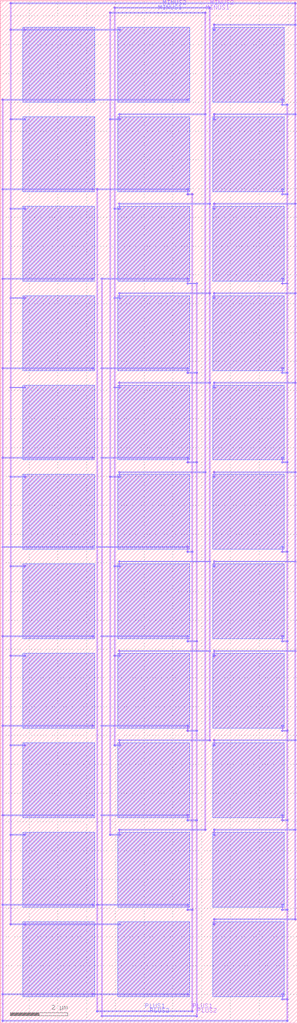
<source format=lef>
MACRO Cap_30fF_Cap_60fF
  ORIGIN 0 0 ;
  FOREIGN Cap_30fF_Cap_60fF 0 0 ;
  SIZE 10.32 BY 35.532 ;
  PIN MINUS1
    DIRECTION INOUT ;
    USE SIGNAL ;
    PORT 
      LAYER M1 ;
        RECT 3.808 35.076 3.84 35.148 ;
      LAYER M2 ;
        RECT 3.788 35.096 3.86 35.128 ;
      LAYER M1 ;
        RECT 7.104 35.076 7.136 35.148 ;
      LAYER M2 ;
        RECT 7.084 35.096 7.156 35.128 ;
      LAYER M2 ;
        RECT 3.824 35.096 7.12 35.128 ;
    END
  END MINUS1
  PIN PLUS1
    DIRECTION INOUT ;
    USE SIGNAL ;
    PORT 
      LAYER M1 ;
        RECT 3.36 0.384 3.392 0.456 ;
      LAYER M2 ;
        RECT 3.34 0.404 3.412 0.436 ;
      LAYER M1 ;
        RECT 6.656 0.384 6.688 0.456 ;
      LAYER M2 ;
        RECT 6.636 0.404 6.708 0.436 ;
      LAYER M2 ;
        RECT 3.376 0.404 6.672 0.436 ;
    END
  END PLUS1
  PIN MINUS2
    DIRECTION INOUT ;
    USE SIGNAL ;
    PORT 
      LAYER M1 ;
        RECT 3.968 35.244 4 35.316 ;
      LAYER M2 ;
        RECT 3.948 35.264 4.02 35.296 ;
      LAYER M1 ;
        RECT 7.264 35.244 7.296 35.316 ;
      LAYER M2 ;
        RECT 7.244 35.264 7.316 35.296 ;
      LAYER M2 ;
        RECT 3.984 35.264 7.28 35.296 ;
    END
  END MINUS2
  PIN PLUS2
    DIRECTION INOUT ;
    USE SIGNAL ;
    PORT 
      LAYER M1 ;
        RECT 3.52 0.216 3.552 0.288 ;
      LAYER M2 ;
        RECT 3.5 0.236 3.572 0.268 ;
      LAYER M1 ;
        RECT 6.816 0.216 6.848 0.288 ;
      LAYER M2 ;
        RECT 6.796 0.236 6.868 0.268 ;
      LAYER M2 ;
        RECT 3.536 0.236 6.832 0.268 ;
    END
  END PLUS2
  OBS 
  LAYER M1 ;
        RECT 6.496 16.512 6.528 16.584 ;
  LAYER M2 ;
        RECT 6.476 16.532 6.548 16.564 ;
  LAYER M2 ;
        RECT 3.376 16.532 6.512 16.564 ;
  LAYER M1 ;
        RECT 3.36 16.512 3.392 16.584 ;
  LAYER M2 ;
        RECT 3.34 16.532 3.412 16.564 ;
  LAYER M1 ;
        RECT 6.496 4.08 6.528 4.152 ;
  LAYER M2 ;
        RECT 6.476 4.1 6.548 4.132 ;
  LAYER M2 ;
        RECT 3.376 4.1 6.512 4.132 ;
  LAYER M1 ;
        RECT 3.36 4.08 3.392 4.152 ;
  LAYER M2 ;
        RECT 3.34 4.1 3.412 4.132 ;
  LAYER M1 ;
        RECT 6.496 28.944 6.528 29.016 ;
  LAYER M2 ;
        RECT 6.476 28.964 6.548 28.996 ;
  LAYER M2 ;
        RECT 3.376 28.964 6.512 28.996 ;
  LAYER M1 ;
        RECT 3.36 28.944 3.392 29.016 ;
  LAYER M2 ;
        RECT 3.34 28.964 3.412 28.996 ;
  LAYER M1 ;
        RECT 3.36 0.384 3.392 0.456 ;
  LAYER M2 ;
        RECT 3.34 0.404 3.412 0.436 ;
  LAYER M1 ;
        RECT 3.36 0.42 3.392 0.672 ;
  LAYER M1 ;
        RECT 3.36 0.672 3.392 28.98 ;
  LAYER M1 ;
        RECT 6.496 16.512 6.528 16.584 ;
  LAYER M2 ;
        RECT 6.476 16.532 6.548 16.564 ;
  LAYER M1 ;
        RECT 6.496 16.38 6.528 16.548 ;
  LAYER M1 ;
        RECT 6.496 16.344 6.528 16.416 ;
  LAYER M2 ;
        RECT 6.476 16.364 6.548 16.396 ;
  LAYER M2 ;
        RECT 6.512 16.364 6.672 16.396 ;
  LAYER M1 ;
        RECT 6.656 16.344 6.688 16.416 ;
  LAYER M2 ;
        RECT 6.636 16.364 6.708 16.396 ;
  LAYER M1 ;
        RECT 6.496 4.08 6.528 4.152 ;
  LAYER M2 ;
        RECT 6.476 4.1 6.548 4.132 ;
  LAYER M1 ;
        RECT 6.496 3.948 6.528 4.116 ;
  LAYER M1 ;
        RECT 6.496 3.912 6.528 3.984 ;
  LAYER M2 ;
        RECT 6.476 3.932 6.548 3.964 ;
  LAYER M2 ;
        RECT 6.512 3.932 6.672 3.964 ;
  LAYER M1 ;
        RECT 6.656 3.912 6.688 3.984 ;
  LAYER M2 ;
        RECT 6.636 3.932 6.708 3.964 ;
  LAYER M1 ;
        RECT 6.496 28.944 6.528 29.016 ;
  LAYER M2 ;
        RECT 6.476 28.964 6.548 28.996 ;
  LAYER M1 ;
        RECT 6.496 28.812 6.528 28.98 ;
  LAYER M1 ;
        RECT 6.496 28.776 6.528 28.848 ;
  LAYER M2 ;
        RECT 6.476 28.796 6.548 28.828 ;
  LAYER M2 ;
        RECT 6.512 28.796 6.672 28.828 ;
  LAYER M1 ;
        RECT 6.656 28.776 6.688 28.848 ;
  LAYER M2 ;
        RECT 6.636 28.796 6.708 28.828 ;
  LAYER M1 ;
        RECT 6.656 0.384 6.688 0.456 ;
  LAYER M2 ;
        RECT 6.636 0.404 6.708 0.436 ;
  LAYER M1 ;
        RECT 6.656 0.42 6.688 0.672 ;
  LAYER M1 ;
        RECT 6.656 0.672 6.688 28.812 ;
  LAYER M2 ;
        RECT 3.376 0.404 6.672 0.436 ;
  LAYER M1 ;
        RECT 6.496 13.404 6.528 13.476 ;
  LAYER M2 ;
        RECT 6.476 13.424 6.548 13.456 ;
  LAYER M2 ;
        RECT 3.536 13.424 6.512 13.456 ;
  LAYER M1 ;
        RECT 3.52 13.404 3.552 13.476 ;
  LAYER M2 ;
        RECT 3.5 13.424 3.572 13.456 ;
  LAYER M1 ;
        RECT 6.496 19.62 6.528 19.692 ;
  LAYER M2 ;
        RECT 6.476 19.64 6.548 19.672 ;
  LAYER M2 ;
        RECT 3.536 19.64 6.512 19.672 ;
  LAYER M1 ;
        RECT 3.52 19.62 3.552 19.692 ;
  LAYER M2 ;
        RECT 3.5 19.64 3.572 19.672 ;
  LAYER M1 ;
        RECT 6.496 10.296 6.528 10.368 ;
  LAYER M2 ;
        RECT 6.476 10.316 6.548 10.348 ;
  LAYER M2 ;
        RECT 3.536 10.316 6.512 10.348 ;
  LAYER M1 ;
        RECT 3.52 10.296 3.552 10.368 ;
  LAYER M2 ;
        RECT 3.5 10.316 3.572 10.348 ;
  LAYER M1 ;
        RECT 6.496 22.728 6.528 22.8 ;
  LAYER M2 ;
        RECT 6.476 22.748 6.548 22.78 ;
  LAYER M2 ;
        RECT 3.536 22.748 6.512 22.78 ;
  LAYER M1 ;
        RECT 3.52 22.728 3.552 22.8 ;
  LAYER M2 ;
        RECT 3.5 22.748 3.572 22.78 ;
  LAYER M1 ;
        RECT 6.496 7.188 6.528 7.26 ;
  LAYER M2 ;
        RECT 6.476 7.208 6.548 7.24 ;
  LAYER M2 ;
        RECT 3.536 7.208 6.512 7.24 ;
  LAYER M1 ;
        RECT 3.52 7.188 3.552 7.26 ;
  LAYER M2 ;
        RECT 3.5 7.208 3.572 7.24 ;
  LAYER M1 ;
        RECT 6.496 25.836 6.528 25.908 ;
  LAYER M2 ;
        RECT 6.476 25.856 6.548 25.888 ;
  LAYER M2 ;
        RECT 3.536 25.856 6.512 25.888 ;
  LAYER M1 ;
        RECT 3.52 25.836 3.552 25.908 ;
  LAYER M2 ;
        RECT 3.5 25.856 3.572 25.888 ;
  LAYER M1 ;
        RECT 3.52 0.216 3.552 0.288 ;
  LAYER M2 ;
        RECT 3.5 0.236 3.572 0.268 ;
  LAYER M1 ;
        RECT 3.52 0.252 3.552 0.672 ;
  LAYER M1 ;
        RECT 3.52 0.672 3.552 25.872 ;
  LAYER M1 ;
        RECT 6.496 13.404 6.528 13.476 ;
  LAYER M2 ;
        RECT 6.476 13.424 6.548 13.456 ;
  LAYER M1 ;
        RECT 6.496 13.272 6.528 13.44 ;
  LAYER M1 ;
        RECT 6.496 13.236 6.528 13.308 ;
  LAYER M2 ;
        RECT 6.476 13.256 6.548 13.288 ;
  LAYER M2 ;
        RECT 6.512 13.256 6.832 13.288 ;
  LAYER M1 ;
        RECT 6.816 13.236 6.848 13.308 ;
  LAYER M2 ;
        RECT 6.796 13.256 6.868 13.288 ;
  LAYER M1 ;
        RECT 6.496 19.62 6.528 19.692 ;
  LAYER M2 ;
        RECT 6.476 19.64 6.548 19.672 ;
  LAYER M1 ;
        RECT 6.496 19.488 6.528 19.656 ;
  LAYER M1 ;
        RECT 6.496 19.452 6.528 19.524 ;
  LAYER M2 ;
        RECT 6.476 19.472 6.548 19.504 ;
  LAYER M2 ;
        RECT 6.512 19.472 6.832 19.504 ;
  LAYER M1 ;
        RECT 6.816 19.452 6.848 19.524 ;
  LAYER M2 ;
        RECT 6.796 19.472 6.868 19.504 ;
  LAYER M1 ;
        RECT 6.496 10.296 6.528 10.368 ;
  LAYER M2 ;
        RECT 6.476 10.316 6.548 10.348 ;
  LAYER M1 ;
        RECT 6.496 10.164 6.528 10.332 ;
  LAYER M1 ;
        RECT 6.496 10.128 6.528 10.2 ;
  LAYER M2 ;
        RECT 6.476 10.148 6.548 10.18 ;
  LAYER M2 ;
        RECT 6.512 10.148 6.832 10.18 ;
  LAYER M1 ;
        RECT 6.816 10.128 6.848 10.2 ;
  LAYER M2 ;
        RECT 6.796 10.148 6.868 10.18 ;
  LAYER M1 ;
        RECT 6.496 22.728 6.528 22.8 ;
  LAYER M2 ;
        RECT 6.476 22.748 6.548 22.78 ;
  LAYER M1 ;
        RECT 6.496 22.596 6.528 22.764 ;
  LAYER M1 ;
        RECT 6.496 22.56 6.528 22.632 ;
  LAYER M2 ;
        RECT 6.476 22.58 6.548 22.612 ;
  LAYER M2 ;
        RECT 6.512 22.58 6.832 22.612 ;
  LAYER M1 ;
        RECT 6.816 22.56 6.848 22.632 ;
  LAYER M2 ;
        RECT 6.796 22.58 6.868 22.612 ;
  LAYER M1 ;
        RECT 6.496 7.188 6.528 7.26 ;
  LAYER M2 ;
        RECT 6.476 7.208 6.548 7.24 ;
  LAYER M1 ;
        RECT 6.496 7.056 6.528 7.224 ;
  LAYER M1 ;
        RECT 6.496 7.02 6.528 7.092 ;
  LAYER M2 ;
        RECT 6.476 7.04 6.548 7.072 ;
  LAYER M2 ;
        RECT 6.512 7.04 6.832 7.072 ;
  LAYER M1 ;
        RECT 6.816 7.02 6.848 7.092 ;
  LAYER M2 ;
        RECT 6.796 7.04 6.868 7.072 ;
  LAYER M1 ;
        RECT 6.496 25.836 6.528 25.908 ;
  LAYER M2 ;
        RECT 6.476 25.856 6.548 25.888 ;
  LAYER M1 ;
        RECT 6.496 25.704 6.528 25.872 ;
  LAYER M1 ;
        RECT 6.496 25.668 6.528 25.74 ;
  LAYER M2 ;
        RECT 6.476 25.688 6.548 25.72 ;
  LAYER M2 ;
        RECT 6.512 25.688 6.832 25.72 ;
  LAYER M1 ;
        RECT 6.816 25.668 6.848 25.74 ;
  LAYER M2 ;
        RECT 6.796 25.688 6.868 25.72 ;
  LAYER M1 ;
        RECT 6.816 0.216 6.848 0.288 ;
  LAYER M2 ;
        RECT 6.796 0.236 6.868 0.268 ;
  LAYER M1 ;
        RECT 6.816 0.252 6.848 0.672 ;
  LAYER M1 ;
        RECT 6.816 0.672 6.848 25.704 ;
  LAYER M2 ;
        RECT 3.536 0.236 6.832 0.268 ;
  LAYER M1 ;
        RECT 3.2 0.972 3.232 1.044 ;
  LAYER M2 ;
        RECT 3.18 0.992 3.252 1.024 ;
  LAYER M2 ;
        RECT 0.08 0.992 3.216 1.024 ;
  LAYER M1 ;
        RECT 0.064 0.972 0.096 1.044 ;
  LAYER M2 ;
        RECT 0.044 0.992 0.116 1.024 ;
  LAYER M1 ;
        RECT 3.2 4.08 3.232 4.152 ;
  LAYER M2 ;
        RECT 3.18 4.1 3.252 4.132 ;
  LAYER M2 ;
        RECT 0.08 4.1 3.216 4.132 ;
  LAYER M1 ;
        RECT 0.064 4.08 0.096 4.152 ;
  LAYER M2 ;
        RECT 0.044 4.1 0.116 4.132 ;
  LAYER M1 ;
        RECT 3.2 7.188 3.232 7.26 ;
  LAYER M2 ;
        RECT 3.18 7.208 3.252 7.24 ;
  LAYER M2 ;
        RECT 0.08 7.208 3.216 7.24 ;
  LAYER M1 ;
        RECT 0.064 7.188 0.096 7.26 ;
  LAYER M2 ;
        RECT 0.044 7.208 0.116 7.24 ;
  LAYER M1 ;
        RECT 3.2 10.296 3.232 10.368 ;
  LAYER M2 ;
        RECT 3.18 10.316 3.252 10.348 ;
  LAYER M2 ;
        RECT 0.08 10.316 3.216 10.348 ;
  LAYER M1 ;
        RECT 0.064 10.296 0.096 10.368 ;
  LAYER M2 ;
        RECT 0.044 10.316 0.116 10.348 ;
  LAYER M1 ;
        RECT 3.2 13.404 3.232 13.476 ;
  LAYER M2 ;
        RECT 3.18 13.424 3.252 13.456 ;
  LAYER M2 ;
        RECT 0.08 13.424 3.216 13.456 ;
  LAYER M1 ;
        RECT 0.064 13.404 0.096 13.476 ;
  LAYER M2 ;
        RECT 0.044 13.424 0.116 13.456 ;
  LAYER M1 ;
        RECT 3.2 16.512 3.232 16.584 ;
  LAYER M2 ;
        RECT 3.18 16.532 3.252 16.564 ;
  LAYER M2 ;
        RECT 0.08 16.532 3.216 16.564 ;
  LAYER M1 ;
        RECT 0.064 16.512 0.096 16.584 ;
  LAYER M2 ;
        RECT 0.044 16.532 0.116 16.564 ;
  LAYER M1 ;
        RECT 3.2 19.62 3.232 19.692 ;
  LAYER M2 ;
        RECT 3.18 19.64 3.252 19.672 ;
  LAYER M2 ;
        RECT 0.08 19.64 3.216 19.672 ;
  LAYER M1 ;
        RECT 0.064 19.62 0.096 19.692 ;
  LAYER M2 ;
        RECT 0.044 19.64 0.116 19.672 ;
  LAYER M1 ;
        RECT 3.2 22.728 3.232 22.8 ;
  LAYER M2 ;
        RECT 3.18 22.748 3.252 22.78 ;
  LAYER M2 ;
        RECT 0.08 22.748 3.216 22.78 ;
  LAYER M1 ;
        RECT 0.064 22.728 0.096 22.8 ;
  LAYER M2 ;
        RECT 0.044 22.748 0.116 22.78 ;
  LAYER M1 ;
        RECT 3.2 25.836 3.232 25.908 ;
  LAYER M2 ;
        RECT 3.18 25.856 3.252 25.888 ;
  LAYER M2 ;
        RECT 0.08 25.856 3.216 25.888 ;
  LAYER M1 ;
        RECT 0.064 25.836 0.096 25.908 ;
  LAYER M2 ;
        RECT 0.044 25.856 0.116 25.888 ;
  LAYER M1 ;
        RECT 3.2 28.944 3.232 29.016 ;
  LAYER M2 ;
        RECT 3.18 28.964 3.252 28.996 ;
  LAYER M2 ;
        RECT 0.08 28.964 3.216 28.996 ;
  LAYER M1 ;
        RECT 0.064 28.944 0.096 29.016 ;
  LAYER M2 ;
        RECT 0.044 28.964 0.116 28.996 ;
  LAYER M1 ;
        RECT 3.2 32.052 3.232 32.124 ;
  LAYER M2 ;
        RECT 3.18 32.072 3.252 32.104 ;
  LAYER M2 ;
        RECT 0.08 32.072 3.216 32.104 ;
  LAYER M1 ;
        RECT 0.064 32.052 0.096 32.124 ;
  LAYER M2 ;
        RECT 0.044 32.072 0.116 32.104 ;
  LAYER M1 ;
        RECT 0.064 0.048 0.096 0.12 ;
  LAYER M2 ;
        RECT 0.044 0.068 0.116 0.1 ;
  LAYER M1 ;
        RECT 0.064 0.084 0.096 0.672 ;
  LAYER M1 ;
        RECT 0.064 0.672 0.096 32.088 ;
  LAYER M1 ;
        RECT 9.792 0.972 9.824 1.044 ;
  LAYER M2 ;
        RECT 9.772 0.992 9.844 1.024 ;
  LAYER M1 ;
        RECT 9.792 0.84 9.824 1.008 ;
  LAYER M1 ;
        RECT 9.792 0.804 9.824 0.876 ;
  LAYER M2 ;
        RECT 9.772 0.824 9.844 0.856 ;
  LAYER M2 ;
        RECT 9.808 0.824 9.968 0.856 ;
  LAYER M1 ;
        RECT 9.952 0.804 9.984 0.876 ;
  LAYER M2 ;
        RECT 9.932 0.824 10.004 0.856 ;
  LAYER M1 ;
        RECT 9.792 4.08 9.824 4.152 ;
  LAYER M2 ;
        RECT 9.772 4.1 9.844 4.132 ;
  LAYER M1 ;
        RECT 9.792 3.948 9.824 4.116 ;
  LAYER M1 ;
        RECT 9.792 3.912 9.824 3.984 ;
  LAYER M2 ;
        RECT 9.772 3.932 9.844 3.964 ;
  LAYER M2 ;
        RECT 9.808 3.932 9.968 3.964 ;
  LAYER M1 ;
        RECT 9.952 3.912 9.984 3.984 ;
  LAYER M2 ;
        RECT 9.932 3.932 10.004 3.964 ;
  LAYER M1 ;
        RECT 9.792 7.188 9.824 7.26 ;
  LAYER M2 ;
        RECT 9.772 7.208 9.844 7.24 ;
  LAYER M1 ;
        RECT 9.792 7.056 9.824 7.224 ;
  LAYER M1 ;
        RECT 9.792 7.02 9.824 7.092 ;
  LAYER M2 ;
        RECT 9.772 7.04 9.844 7.072 ;
  LAYER M2 ;
        RECT 9.808 7.04 9.968 7.072 ;
  LAYER M1 ;
        RECT 9.952 7.02 9.984 7.092 ;
  LAYER M2 ;
        RECT 9.932 7.04 10.004 7.072 ;
  LAYER M1 ;
        RECT 9.792 10.296 9.824 10.368 ;
  LAYER M2 ;
        RECT 9.772 10.316 9.844 10.348 ;
  LAYER M1 ;
        RECT 9.792 10.164 9.824 10.332 ;
  LAYER M1 ;
        RECT 9.792 10.128 9.824 10.2 ;
  LAYER M2 ;
        RECT 9.772 10.148 9.844 10.18 ;
  LAYER M2 ;
        RECT 9.808 10.148 9.968 10.18 ;
  LAYER M1 ;
        RECT 9.952 10.128 9.984 10.2 ;
  LAYER M2 ;
        RECT 9.932 10.148 10.004 10.18 ;
  LAYER M1 ;
        RECT 9.792 13.404 9.824 13.476 ;
  LAYER M2 ;
        RECT 9.772 13.424 9.844 13.456 ;
  LAYER M1 ;
        RECT 9.792 13.272 9.824 13.44 ;
  LAYER M1 ;
        RECT 9.792 13.236 9.824 13.308 ;
  LAYER M2 ;
        RECT 9.772 13.256 9.844 13.288 ;
  LAYER M2 ;
        RECT 9.808 13.256 9.968 13.288 ;
  LAYER M1 ;
        RECT 9.952 13.236 9.984 13.308 ;
  LAYER M2 ;
        RECT 9.932 13.256 10.004 13.288 ;
  LAYER M1 ;
        RECT 9.792 16.512 9.824 16.584 ;
  LAYER M2 ;
        RECT 9.772 16.532 9.844 16.564 ;
  LAYER M1 ;
        RECT 9.792 16.38 9.824 16.548 ;
  LAYER M1 ;
        RECT 9.792 16.344 9.824 16.416 ;
  LAYER M2 ;
        RECT 9.772 16.364 9.844 16.396 ;
  LAYER M2 ;
        RECT 9.808 16.364 9.968 16.396 ;
  LAYER M1 ;
        RECT 9.952 16.344 9.984 16.416 ;
  LAYER M2 ;
        RECT 9.932 16.364 10.004 16.396 ;
  LAYER M1 ;
        RECT 9.792 19.62 9.824 19.692 ;
  LAYER M2 ;
        RECT 9.772 19.64 9.844 19.672 ;
  LAYER M1 ;
        RECT 9.792 19.488 9.824 19.656 ;
  LAYER M1 ;
        RECT 9.792 19.452 9.824 19.524 ;
  LAYER M2 ;
        RECT 9.772 19.472 9.844 19.504 ;
  LAYER M2 ;
        RECT 9.808 19.472 9.968 19.504 ;
  LAYER M1 ;
        RECT 9.952 19.452 9.984 19.524 ;
  LAYER M2 ;
        RECT 9.932 19.472 10.004 19.504 ;
  LAYER M1 ;
        RECT 9.792 22.728 9.824 22.8 ;
  LAYER M2 ;
        RECT 9.772 22.748 9.844 22.78 ;
  LAYER M1 ;
        RECT 9.792 22.596 9.824 22.764 ;
  LAYER M1 ;
        RECT 9.792 22.56 9.824 22.632 ;
  LAYER M2 ;
        RECT 9.772 22.58 9.844 22.612 ;
  LAYER M2 ;
        RECT 9.808 22.58 9.968 22.612 ;
  LAYER M1 ;
        RECT 9.952 22.56 9.984 22.632 ;
  LAYER M2 ;
        RECT 9.932 22.58 10.004 22.612 ;
  LAYER M1 ;
        RECT 9.792 25.836 9.824 25.908 ;
  LAYER M2 ;
        RECT 9.772 25.856 9.844 25.888 ;
  LAYER M1 ;
        RECT 9.792 25.704 9.824 25.872 ;
  LAYER M1 ;
        RECT 9.792 25.668 9.824 25.74 ;
  LAYER M2 ;
        RECT 9.772 25.688 9.844 25.72 ;
  LAYER M2 ;
        RECT 9.808 25.688 9.968 25.72 ;
  LAYER M1 ;
        RECT 9.952 25.668 9.984 25.74 ;
  LAYER M2 ;
        RECT 9.932 25.688 10.004 25.72 ;
  LAYER M1 ;
        RECT 9.792 28.944 9.824 29.016 ;
  LAYER M2 ;
        RECT 9.772 28.964 9.844 28.996 ;
  LAYER M1 ;
        RECT 9.792 28.812 9.824 28.98 ;
  LAYER M1 ;
        RECT 9.792 28.776 9.824 28.848 ;
  LAYER M2 ;
        RECT 9.772 28.796 9.844 28.828 ;
  LAYER M2 ;
        RECT 9.808 28.796 9.968 28.828 ;
  LAYER M1 ;
        RECT 9.952 28.776 9.984 28.848 ;
  LAYER M2 ;
        RECT 9.932 28.796 10.004 28.828 ;
  LAYER M1 ;
        RECT 9.792 32.052 9.824 32.124 ;
  LAYER M2 ;
        RECT 9.772 32.072 9.844 32.104 ;
  LAYER M1 ;
        RECT 9.792 31.92 9.824 32.088 ;
  LAYER M1 ;
        RECT 9.792 31.884 9.824 31.956 ;
  LAYER M2 ;
        RECT 9.772 31.904 9.844 31.936 ;
  LAYER M2 ;
        RECT 9.808 31.904 9.968 31.936 ;
  LAYER M1 ;
        RECT 9.952 31.884 9.984 31.956 ;
  LAYER M2 ;
        RECT 9.932 31.904 10.004 31.936 ;
  LAYER M1 ;
        RECT 9.952 0.048 9.984 0.12 ;
  LAYER M2 ;
        RECT 9.932 0.068 10.004 0.1 ;
  LAYER M1 ;
        RECT 9.952 0.084 9.984 0.672 ;
  LAYER M1 ;
        RECT 9.952 0.672 9.984 31.92 ;
  LAYER M2 ;
        RECT 0.08 0.068 9.968 0.1 ;
  LAYER M1 ;
        RECT 6.496 0.972 6.528 1.044 ;
  LAYER M2 ;
        RECT 6.476 0.992 6.548 1.024 ;
  LAYER M2 ;
        RECT 3.216 0.992 6.512 1.024 ;
  LAYER M1 ;
        RECT 3.2 0.972 3.232 1.044 ;
  LAYER M2 ;
        RECT 3.18 0.992 3.252 1.024 ;
  LAYER M1 ;
        RECT 6.496 32.052 6.528 32.124 ;
  LAYER M2 ;
        RECT 6.476 32.072 6.548 32.104 ;
  LAYER M2 ;
        RECT 3.216 32.072 6.512 32.104 ;
  LAYER M1 ;
        RECT 3.2 32.052 3.232 32.124 ;
  LAYER M2 ;
        RECT 3.18 32.072 3.252 32.104 ;
  LAYER M1 ;
        RECT 4.128 18.948 4.16 19.02 ;
  LAYER M2 ;
        RECT 4.108 18.968 4.18 19 ;
  LAYER M2 ;
        RECT 3.824 18.968 4.144 19 ;
  LAYER M1 ;
        RECT 3.808 18.948 3.84 19.02 ;
  LAYER M2 ;
        RECT 3.788 18.968 3.86 19 ;
  LAYER M1 ;
        RECT 4.128 6.516 4.16 6.588 ;
  LAYER M2 ;
        RECT 4.108 6.536 4.18 6.568 ;
  LAYER M2 ;
        RECT 3.824 6.536 4.144 6.568 ;
  LAYER M1 ;
        RECT 3.808 6.516 3.84 6.588 ;
  LAYER M2 ;
        RECT 3.788 6.536 3.86 6.568 ;
  LAYER M1 ;
        RECT 4.128 31.38 4.16 31.452 ;
  LAYER M2 ;
        RECT 4.108 31.4 4.18 31.432 ;
  LAYER M2 ;
        RECT 3.824 31.4 4.144 31.432 ;
  LAYER M1 ;
        RECT 3.808 31.38 3.84 31.452 ;
  LAYER M2 ;
        RECT 3.788 31.4 3.86 31.432 ;
  LAYER M1 ;
        RECT 3.808 35.076 3.84 35.148 ;
  LAYER M2 ;
        RECT 3.788 35.096 3.86 35.128 ;
  LAYER M1 ;
        RECT 3.808 34.86 3.84 35.112 ;
  LAYER M1 ;
        RECT 3.808 6.552 3.84 34.86 ;
  LAYER M1 ;
        RECT 4.128 18.948 4.16 19.02 ;
  LAYER M2 ;
        RECT 4.108 18.968 4.18 19 ;
  LAYER M1 ;
        RECT 4.128 18.984 4.16 19.152 ;
  LAYER M1 ;
        RECT 4.128 19.116 4.16 19.188 ;
  LAYER M2 ;
        RECT 4.108 19.136 4.18 19.168 ;
  LAYER M2 ;
        RECT 4.144 19.136 7.12 19.168 ;
  LAYER M1 ;
        RECT 7.104 19.116 7.136 19.188 ;
  LAYER M2 ;
        RECT 7.084 19.136 7.156 19.168 ;
  LAYER M1 ;
        RECT 4.128 6.516 4.16 6.588 ;
  LAYER M2 ;
        RECT 4.108 6.536 4.18 6.568 ;
  LAYER M1 ;
        RECT 4.128 6.552 4.16 6.72 ;
  LAYER M1 ;
        RECT 4.128 6.684 4.16 6.756 ;
  LAYER M2 ;
        RECT 4.108 6.704 4.18 6.736 ;
  LAYER M2 ;
        RECT 4.144 6.704 7.12 6.736 ;
  LAYER M1 ;
        RECT 7.104 6.684 7.136 6.756 ;
  LAYER M2 ;
        RECT 7.084 6.704 7.156 6.736 ;
  LAYER M1 ;
        RECT 4.128 31.38 4.16 31.452 ;
  LAYER M2 ;
        RECT 4.108 31.4 4.18 31.432 ;
  LAYER M1 ;
        RECT 4.128 31.416 4.16 31.584 ;
  LAYER M1 ;
        RECT 4.128 31.548 4.16 31.62 ;
  LAYER M2 ;
        RECT 4.108 31.568 4.18 31.6 ;
  LAYER M2 ;
        RECT 4.144 31.568 7.12 31.6 ;
  LAYER M1 ;
        RECT 7.104 31.548 7.136 31.62 ;
  LAYER M2 ;
        RECT 7.084 31.568 7.156 31.6 ;
  LAYER M1 ;
        RECT 7.104 35.076 7.136 35.148 ;
  LAYER M2 ;
        RECT 7.084 35.096 7.156 35.128 ;
  LAYER M1 ;
        RECT 7.104 34.86 7.136 35.112 ;
  LAYER M1 ;
        RECT 7.104 6.72 7.136 34.86 ;
  LAYER M2 ;
        RECT 3.824 35.096 7.12 35.128 ;
  LAYER M1 ;
        RECT 4.128 15.84 4.16 15.912 ;
  LAYER M2 ;
        RECT 4.108 15.86 4.18 15.892 ;
  LAYER M2 ;
        RECT 3.984 15.86 4.144 15.892 ;
  LAYER M1 ;
        RECT 3.968 15.84 4 15.912 ;
  LAYER M2 ;
        RECT 3.948 15.86 4.02 15.892 ;
  LAYER M1 ;
        RECT 4.128 22.056 4.16 22.128 ;
  LAYER M2 ;
        RECT 4.108 22.076 4.18 22.108 ;
  LAYER M2 ;
        RECT 3.984 22.076 4.144 22.108 ;
  LAYER M1 ;
        RECT 3.968 22.056 4 22.128 ;
  LAYER M2 ;
        RECT 3.948 22.076 4.02 22.108 ;
  LAYER M1 ;
        RECT 4.128 12.732 4.16 12.804 ;
  LAYER M2 ;
        RECT 4.108 12.752 4.18 12.784 ;
  LAYER M2 ;
        RECT 3.984 12.752 4.144 12.784 ;
  LAYER M1 ;
        RECT 3.968 12.732 4 12.804 ;
  LAYER M2 ;
        RECT 3.948 12.752 4.02 12.784 ;
  LAYER M1 ;
        RECT 4.128 25.164 4.16 25.236 ;
  LAYER M2 ;
        RECT 4.108 25.184 4.18 25.216 ;
  LAYER M2 ;
        RECT 3.984 25.184 4.144 25.216 ;
  LAYER M1 ;
        RECT 3.968 25.164 4 25.236 ;
  LAYER M2 ;
        RECT 3.948 25.184 4.02 25.216 ;
  LAYER M1 ;
        RECT 4.128 9.624 4.16 9.696 ;
  LAYER M2 ;
        RECT 4.108 9.644 4.18 9.676 ;
  LAYER M2 ;
        RECT 3.984 9.644 4.144 9.676 ;
  LAYER M1 ;
        RECT 3.968 9.624 4 9.696 ;
  LAYER M2 ;
        RECT 3.948 9.644 4.02 9.676 ;
  LAYER M1 ;
        RECT 4.128 28.272 4.16 28.344 ;
  LAYER M2 ;
        RECT 4.108 28.292 4.18 28.324 ;
  LAYER M2 ;
        RECT 3.984 28.292 4.144 28.324 ;
  LAYER M1 ;
        RECT 3.968 28.272 4 28.344 ;
  LAYER M2 ;
        RECT 3.948 28.292 4.02 28.324 ;
  LAYER M1 ;
        RECT 3.968 35.244 4 35.316 ;
  LAYER M2 ;
        RECT 3.948 35.264 4.02 35.296 ;
  LAYER M1 ;
        RECT 3.968 34.86 4 35.28 ;
  LAYER M1 ;
        RECT 3.968 9.66 4 34.86 ;
  LAYER M1 ;
        RECT 4.128 15.84 4.16 15.912 ;
  LAYER M2 ;
        RECT 4.108 15.86 4.18 15.892 ;
  LAYER M1 ;
        RECT 4.128 15.876 4.16 16.044 ;
  LAYER M1 ;
        RECT 4.128 16.008 4.16 16.08 ;
  LAYER M2 ;
        RECT 4.108 16.028 4.18 16.06 ;
  LAYER M2 ;
        RECT 4.144 16.028 7.28 16.06 ;
  LAYER M1 ;
        RECT 7.264 16.008 7.296 16.08 ;
  LAYER M2 ;
        RECT 7.244 16.028 7.316 16.06 ;
  LAYER M1 ;
        RECT 4.128 22.056 4.16 22.128 ;
  LAYER M2 ;
        RECT 4.108 22.076 4.18 22.108 ;
  LAYER M1 ;
        RECT 4.128 22.092 4.16 22.26 ;
  LAYER M1 ;
        RECT 4.128 22.224 4.16 22.296 ;
  LAYER M2 ;
        RECT 4.108 22.244 4.18 22.276 ;
  LAYER M2 ;
        RECT 4.144 22.244 7.28 22.276 ;
  LAYER M1 ;
        RECT 7.264 22.224 7.296 22.296 ;
  LAYER M2 ;
        RECT 7.244 22.244 7.316 22.276 ;
  LAYER M1 ;
        RECT 4.128 12.732 4.16 12.804 ;
  LAYER M2 ;
        RECT 4.108 12.752 4.18 12.784 ;
  LAYER M1 ;
        RECT 4.128 12.768 4.16 12.936 ;
  LAYER M1 ;
        RECT 4.128 12.9 4.16 12.972 ;
  LAYER M2 ;
        RECT 4.108 12.92 4.18 12.952 ;
  LAYER M2 ;
        RECT 4.144 12.92 7.28 12.952 ;
  LAYER M1 ;
        RECT 7.264 12.9 7.296 12.972 ;
  LAYER M2 ;
        RECT 7.244 12.92 7.316 12.952 ;
  LAYER M1 ;
        RECT 4.128 25.164 4.16 25.236 ;
  LAYER M2 ;
        RECT 4.108 25.184 4.18 25.216 ;
  LAYER M1 ;
        RECT 4.128 25.2 4.16 25.368 ;
  LAYER M1 ;
        RECT 4.128 25.332 4.16 25.404 ;
  LAYER M2 ;
        RECT 4.108 25.352 4.18 25.384 ;
  LAYER M2 ;
        RECT 4.144 25.352 7.28 25.384 ;
  LAYER M1 ;
        RECT 7.264 25.332 7.296 25.404 ;
  LAYER M2 ;
        RECT 7.244 25.352 7.316 25.384 ;
  LAYER M1 ;
        RECT 4.128 9.624 4.16 9.696 ;
  LAYER M2 ;
        RECT 4.108 9.644 4.18 9.676 ;
  LAYER M1 ;
        RECT 4.128 9.66 4.16 9.828 ;
  LAYER M1 ;
        RECT 4.128 9.792 4.16 9.864 ;
  LAYER M2 ;
        RECT 4.108 9.812 4.18 9.844 ;
  LAYER M2 ;
        RECT 4.144 9.812 7.28 9.844 ;
  LAYER M1 ;
        RECT 7.264 9.792 7.296 9.864 ;
  LAYER M2 ;
        RECT 7.244 9.812 7.316 9.844 ;
  LAYER M1 ;
        RECT 4.128 28.272 4.16 28.344 ;
  LAYER M2 ;
        RECT 4.108 28.292 4.18 28.324 ;
  LAYER M1 ;
        RECT 4.128 28.308 4.16 28.476 ;
  LAYER M1 ;
        RECT 4.128 28.44 4.16 28.512 ;
  LAYER M2 ;
        RECT 4.108 28.46 4.18 28.492 ;
  LAYER M2 ;
        RECT 4.144 28.46 7.28 28.492 ;
  LAYER M1 ;
        RECT 7.264 28.44 7.296 28.512 ;
  LAYER M2 ;
        RECT 7.244 28.46 7.316 28.492 ;
  LAYER M1 ;
        RECT 7.264 35.244 7.296 35.316 ;
  LAYER M2 ;
        RECT 7.244 35.264 7.316 35.296 ;
  LAYER M1 ;
        RECT 7.264 34.86 7.296 35.28 ;
  LAYER M1 ;
        RECT 7.264 9.828 7.296 34.86 ;
  LAYER M2 ;
        RECT 3.984 35.264 7.28 35.296 ;
  LAYER M1 ;
        RECT 0.832 3.408 0.864 3.48 ;
  LAYER M2 ;
        RECT 0.812 3.428 0.884 3.46 ;
  LAYER M2 ;
        RECT 0.368 3.428 0.848 3.46 ;
  LAYER M1 ;
        RECT 0.352 3.408 0.384 3.48 ;
  LAYER M2 ;
        RECT 0.332 3.428 0.404 3.46 ;
  LAYER M1 ;
        RECT 0.832 6.516 0.864 6.588 ;
  LAYER M2 ;
        RECT 0.812 6.536 0.884 6.568 ;
  LAYER M2 ;
        RECT 0.368 6.536 0.848 6.568 ;
  LAYER M1 ;
        RECT 0.352 6.516 0.384 6.588 ;
  LAYER M2 ;
        RECT 0.332 6.536 0.404 6.568 ;
  LAYER M1 ;
        RECT 0.832 9.624 0.864 9.696 ;
  LAYER M2 ;
        RECT 0.812 9.644 0.884 9.676 ;
  LAYER M2 ;
        RECT 0.368 9.644 0.848 9.676 ;
  LAYER M1 ;
        RECT 0.352 9.624 0.384 9.696 ;
  LAYER M2 ;
        RECT 0.332 9.644 0.404 9.676 ;
  LAYER M1 ;
        RECT 0.832 12.732 0.864 12.804 ;
  LAYER M2 ;
        RECT 0.812 12.752 0.884 12.784 ;
  LAYER M2 ;
        RECT 0.368 12.752 0.848 12.784 ;
  LAYER M1 ;
        RECT 0.352 12.732 0.384 12.804 ;
  LAYER M2 ;
        RECT 0.332 12.752 0.404 12.784 ;
  LAYER M1 ;
        RECT 0.832 15.84 0.864 15.912 ;
  LAYER M2 ;
        RECT 0.812 15.86 0.884 15.892 ;
  LAYER M2 ;
        RECT 0.368 15.86 0.848 15.892 ;
  LAYER M1 ;
        RECT 0.352 15.84 0.384 15.912 ;
  LAYER M2 ;
        RECT 0.332 15.86 0.404 15.892 ;
  LAYER M1 ;
        RECT 0.832 18.948 0.864 19.02 ;
  LAYER M2 ;
        RECT 0.812 18.968 0.884 19 ;
  LAYER M2 ;
        RECT 0.368 18.968 0.848 19 ;
  LAYER M1 ;
        RECT 0.352 18.948 0.384 19.02 ;
  LAYER M2 ;
        RECT 0.332 18.968 0.404 19 ;
  LAYER M1 ;
        RECT 0.832 22.056 0.864 22.128 ;
  LAYER M2 ;
        RECT 0.812 22.076 0.884 22.108 ;
  LAYER M2 ;
        RECT 0.368 22.076 0.848 22.108 ;
  LAYER M1 ;
        RECT 0.352 22.056 0.384 22.128 ;
  LAYER M2 ;
        RECT 0.332 22.076 0.404 22.108 ;
  LAYER M1 ;
        RECT 0.832 25.164 0.864 25.236 ;
  LAYER M2 ;
        RECT 0.812 25.184 0.884 25.216 ;
  LAYER M2 ;
        RECT 0.368 25.184 0.848 25.216 ;
  LAYER M1 ;
        RECT 0.352 25.164 0.384 25.236 ;
  LAYER M2 ;
        RECT 0.332 25.184 0.404 25.216 ;
  LAYER M1 ;
        RECT 0.832 28.272 0.864 28.344 ;
  LAYER M2 ;
        RECT 0.812 28.292 0.884 28.324 ;
  LAYER M2 ;
        RECT 0.368 28.292 0.848 28.324 ;
  LAYER M1 ;
        RECT 0.352 28.272 0.384 28.344 ;
  LAYER M2 ;
        RECT 0.332 28.292 0.404 28.324 ;
  LAYER M1 ;
        RECT 0.832 31.38 0.864 31.452 ;
  LAYER M2 ;
        RECT 0.812 31.4 0.884 31.432 ;
  LAYER M2 ;
        RECT 0.368 31.4 0.848 31.432 ;
  LAYER M1 ;
        RECT 0.352 31.38 0.384 31.452 ;
  LAYER M2 ;
        RECT 0.332 31.4 0.404 31.432 ;
  LAYER M1 ;
        RECT 0.832 34.488 0.864 34.56 ;
  LAYER M2 ;
        RECT 0.812 34.508 0.884 34.54 ;
  LAYER M2 ;
        RECT 0.368 34.508 0.848 34.54 ;
  LAYER M1 ;
        RECT 0.352 34.488 0.384 34.56 ;
  LAYER M2 ;
        RECT 0.332 34.508 0.404 34.54 ;
  LAYER M1 ;
        RECT 0.352 35.412 0.384 35.484 ;
  LAYER M2 ;
        RECT 0.332 35.432 0.404 35.464 ;
  LAYER M1 ;
        RECT 0.352 34.86 0.384 35.448 ;
  LAYER M1 ;
        RECT 0.352 3.444 0.384 34.86 ;
  LAYER M1 ;
        RECT 7.424 3.408 7.456 3.48 ;
  LAYER M2 ;
        RECT 7.404 3.428 7.476 3.46 ;
  LAYER M1 ;
        RECT 7.424 3.444 7.456 3.612 ;
  LAYER M1 ;
        RECT 7.424 3.576 7.456 3.648 ;
  LAYER M2 ;
        RECT 7.404 3.596 7.476 3.628 ;
  LAYER M2 ;
        RECT 7.44 3.596 10.256 3.628 ;
  LAYER M1 ;
        RECT 10.24 3.576 10.272 3.648 ;
  LAYER M2 ;
        RECT 10.22 3.596 10.292 3.628 ;
  LAYER M1 ;
        RECT 7.424 6.516 7.456 6.588 ;
  LAYER M2 ;
        RECT 7.404 6.536 7.476 6.568 ;
  LAYER M1 ;
        RECT 7.424 6.552 7.456 6.72 ;
  LAYER M1 ;
        RECT 7.424 6.684 7.456 6.756 ;
  LAYER M2 ;
        RECT 7.404 6.704 7.476 6.736 ;
  LAYER M2 ;
        RECT 7.44 6.704 10.256 6.736 ;
  LAYER M1 ;
        RECT 10.24 6.684 10.272 6.756 ;
  LAYER M2 ;
        RECT 10.22 6.704 10.292 6.736 ;
  LAYER M1 ;
        RECT 7.424 9.624 7.456 9.696 ;
  LAYER M2 ;
        RECT 7.404 9.644 7.476 9.676 ;
  LAYER M1 ;
        RECT 7.424 9.66 7.456 9.828 ;
  LAYER M1 ;
        RECT 7.424 9.792 7.456 9.864 ;
  LAYER M2 ;
        RECT 7.404 9.812 7.476 9.844 ;
  LAYER M2 ;
        RECT 7.44 9.812 10.256 9.844 ;
  LAYER M1 ;
        RECT 10.24 9.792 10.272 9.864 ;
  LAYER M2 ;
        RECT 10.22 9.812 10.292 9.844 ;
  LAYER M1 ;
        RECT 7.424 12.732 7.456 12.804 ;
  LAYER M2 ;
        RECT 7.404 12.752 7.476 12.784 ;
  LAYER M1 ;
        RECT 7.424 12.768 7.456 12.936 ;
  LAYER M1 ;
        RECT 7.424 12.9 7.456 12.972 ;
  LAYER M2 ;
        RECT 7.404 12.92 7.476 12.952 ;
  LAYER M2 ;
        RECT 7.44 12.92 10.256 12.952 ;
  LAYER M1 ;
        RECT 10.24 12.9 10.272 12.972 ;
  LAYER M2 ;
        RECT 10.22 12.92 10.292 12.952 ;
  LAYER M1 ;
        RECT 7.424 15.84 7.456 15.912 ;
  LAYER M2 ;
        RECT 7.404 15.86 7.476 15.892 ;
  LAYER M1 ;
        RECT 7.424 15.876 7.456 16.044 ;
  LAYER M1 ;
        RECT 7.424 16.008 7.456 16.08 ;
  LAYER M2 ;
        RECT 7.404 16.028 7.476 16.06 ;
  LAYER M2 ;
        RECT 7.44 16.028 10.256 16.06 ;
  LAYER M1 ;
        RECT 10.24 16.008 10.272 16.08 ;
  LAYER M2 ;
        RECT 10.22 16.028 10.292 16.06 ;
  LAYER M1 ;
        RECT 7.424 18.948 7.456 19.02 ;
  LAYER M2 ;
        RECT 7.404 18.968 7.476 19 ;
  LAYER M1 ;
        RECT 7.424 18.984 7.456 19.152 ;
  LAYER M1 ;
        RECT 7.424 19.116 7.456 19.188 ;
  LAYER M2 ;
        RECT 7.404 19.136 7.476 19.168 ;
  LAYER M2 ;
        RECT 7.44 19.136 10.256 19.168 ;
  LAYER M1 ;
        RECT 10.24 19.116 10.272 19.188 ;
  LAYER M2 ;
        RECT 10.22 19.136 10.292 19.168 ;
  LAYER M1 ;
        RECT 7.424 22.056 7.456 22.128 ;
  LAYER M2 ;
        RECT 7.404 22.076 7.476 22.108 ;
  LAYER M1 ;
        RECT 7.424 22.092 7.456 22.26 ;
  LAYER M1 ;
        RECT 7.424 22.224 7.456 22.296 ;
  LAYER M2 ;
        RECT 7.404 22.244 7.476 22.276 ;
  LAYER M2 ;
        RECT 7.44 22.244 10.256 22.276 ;
  LAYER M1 ;
        RECT 10.24 22.224 10.272 22.296 ;
  LAYER M2 ;
        RECT 10.22 22.244 10.292 22.276 ;
  LAYER M1 ;
        RECT 7.424 25.164 7.456 25.236 ;
  LAYER M2 ;
        RECT 7.404 25.184 7.476 25.216 ;
  LAYER M1 ;
        RECT 7.424 25.2 7.456 25.368 ;
  LAYER M1 ;
        RECT 7.424 25.332 7.456 25.404 ;
  LAYER M2 ;
        RECT 7.404 25.352 7.476 25.384 ;
  LAYER M2 ;
        RECT 7.44 25.352 10.256 25.384 ;
  LAYER M1 ;
        RECT 10.24 25.332 10.272 25.404 ;
  LAYER M2 ;
        RECT 10.22 25.352 10.292 25.384 ;
  LAYER M1 ;
        RECT 7.424 28.272 7.456 28.344 ;
  LAYER M2 ;
        RECT 7.404 28.292 7.476 28.324 ;
  LAYER M1 ;
        RECT 7.424 28.308 7.456 28.476 ;
  LAYER M1 ;
        RECT 7.424 28.44 7.456 28.512 ;
  LAYER M2 ;
        RECT 7.404 28.46 7.476 28.492 ;
  LAYER M2 ;
        RECT 7.44 28.46 10.256 28.492 ;
  LAYER M1 ;
        RECT 10.24 28.44 10.272 28.512 ;
  LAYER M2 ;
        RECT 10.22 28.46 10.292 28.492 ;
  LAYER M1 ;
        RECT 7.424 31.38 7.456 31.452 ;
  LAYER M2 ;
        RECT 7.404 31.4 7.476 31.432 ;
  LAYER M1 ;
        RECT 7.424 31.416 7.456 31.584 ;
  LAYER M1 ;
        RECT 7.424 31.548 7.456 31.62 ;
  LAYER M2 ;
        RECT 7.404 31.568 7.476 31.6 ;
  LAYER M2 ;
        RECT 7.44 31.568 10.256 31.6 ;
  LAYER M1 ;
        RECT 10.24 31.548 10.272 31.62 ;
  LAYER M2 ;
        RECT 10.22 31.568 10.292 31.6 ;
  LAYER M1 ;
        RECT 7.424 34.488 7.456 34.56 ;
  LAYER M2 ;
        RECT 7.404 34.508 7.476 34.54 ;
  LAYER M1 ;
        RECT 7.424 34.524 7.456 34.692 ;
  LAYER M1 ;
        RECT 7.424 34.656 7.456 34.728 ;
  LAYER M2 ;
        RECT 7.404 34.676 7.476 34.708 ;
  LAYER M2 ;
        RECT 7.44 34.676 10.256 34.708 ;
  LAYER M1 ;
        RECT 10.24 34.656 10.272 34.728 ;
  LAYER M2 ;
        RECT 10.22 34.676 10.292 34.708 ;
  LAYER M1 ;
        RECT 10.24 35.412 10.272 35.484 ;
  LAYER M2 ;
        RECT 10.22 35.432 10.292 35.464 ;
  LAYER M1 ;
        RECT 10.24 34.86 10.272 35.448 ;
  LAYER M1 ;
        RECT 10.24 3.612 10.272 34.86 ;
  LAYER M2 ;
        RECT 0.368 35.432 10.256 35.464 ;
  LAYER M1 ;
        RECT 4.128 3.408 4.16 3.48 ;
  LAYER M2 ;
        RECT 4.108 3.428 4.18 3.46 ;
  LAYER M2 ;
        RECT 0.848 3.428 4.144 3.46 ;
  LAYER M1 ;
        RECT 0.832 3.408 0.864 3.48 ;
  LAYER M2 ;
        RECT 0.812 3.428 0.884 3.46 ;
  LAYER M1 ;
        RECT 4.128 34.488 4.16 34.56 ;
  LAYER M2 ;
        RECT 4.108 34.508 4.18 34.54 ;
  LAYER M2 ;
        RECT 0.848 34.508 4.144 34.54 ;
  LAYER M1 ;
        RECT 0.832 34.488 0.864 34.56 ;
  LAYER M2 ;
        RECT 0.812 34.508 0.884 34.54 ;
  LAYER M1 ;
        RECT 0.784 0.924 3.28 3.528 ;
  LAYER M3 ;
        RECT 0.784 0.924 3.28 3.528 ;
  LAYER M2 ;
        RECT 0.784 0.924 3.28 3.528 ;
  LAYER M1 ;
        RECT 0.784 4.032 3.28 6.636 ;
  LAYER M3 ;
        RECT 0.784 4.032 3.28 6.636 ;
  LAYER M2 ;
        RECT 0.784 4.032 3.28 6.636 ;
  LAYER M1 ;
        RECT 0.784 7.14 3.28 9.744 ;
  LAYER M3 ;
        RECT 0.784 7.14 3.28 9.744 ;
  LAYER M2 ;
        RECT 0.784 7.14 3.28 9.744 ;
  LAYER M1 ;
        RECT 0.784 10.248 3.28 12.852 ;
  LAYER M3 ;
        RECT 0.784 10.248 3.28 12.852 ;
  LAYER M2 ;
        RECT 0.784 10.248 3.28 12.852 ;
  LAYER M1 ;
        RECT 0.784 13.356 3.28 15.96 ;
  LAYER M3 ;
        RECT 0.784 13.356 3.28 15.96 ;
  LAYER M2 ;
        RECT 0.784 13.356 3.28 15.96 ;
  LAYER M1 ;
        RECT 0.784 16.464 3.28 19.068 ;
  LAYER M3 ;
        RECT 0.784 16.464 3.28 19.068 ;
  LAYER M2 ;
        RECT 0.784 16.464 3.28 19.068 ;
  LAYER M1 ;
        RECT 0.784 19.572 3.28 22.176 ;
  LAYER M3 ;
        RECT 0.784 19.572 3.28 22.176 ;
  LAYER M2 ;
        RECT 0.784 19.572 3.28 22.176 ;
  LAYER M1 ;
        RECT 0.784 22.68 3.28 25.284 ;
  LAYER M3 ;
        RECT 0.784 22.68 3.28 25.284 ;
  LAYER M2 ;
        RECT 0.784 22.68 3.28 25.284 ;
  LAYER M1 ;
        RECT 0.784 25.788 3.28 28.392 ;
  LAYER M3 ;
        RECT 0.784 25.788 3.28 28.392 ;
  LAYER M2 ;
        RECT 0.784 25.788 3.28 28.392 ;
  LAYER M1 ;
        RECT 0.784 28.896 3.28 31.5 ;
  LAYER M3 ;
        RECT 0.784 28.896 3.28 31.5 ;
  LAYER M2 ;
        RECT 0.784 28.896 3.28 31.5 ;
  LAYER M1 ;
        RECT 0.784 32.004 3.28 34.608 ;
  LAYER M3 ;
        RECT 0.784 32.004 3.28 34.608 ;
  LAYER M2 ;
        RECT 0.784 32.004 3.28 34.608 ;
  LAYER M1 ;
        RECT 4.08 0.924 6.576 3.528 ;
  LAYER M3 ;
        RECT 4.08 0.924 6.576 3.528 ;
  LAYER M2 ;
        RECT 4.08 0.924 6.576 3.528 ;
  LAYER M1 ;
        RECT 4.08 4.032 6.576 6.636 ;
  LAYER M3 ;
        RECT 4.08 4.032 6.576 6.636 ;
  LAYER M2 ;
        RECT 4.08 4.032 6.576 6.636 ;
  LAYER M1 ;
        RECT 4.08 7.14 6.576 9.744 ;
  LAYER M3 ;
        RECT 4.08 7.14 6.576 9.744 ;
  LAYER M2 ;
        RECT 4.08 7.14 6.576 9.744 ;
  LAYER M1 ;
        RECT 4.08 10.248 6.576 12.852 ;
  LAYER M3 ;
        RECT 4.08 10.248 6.576 12.852 ;
  LAYER M2 ;
        RECT 4.08 10.248 6.576 12.852 ;
  LAYER M1 ;
        RECT 4.08 13.356 6.576 15.96 ;
  LAYER M3 ;
        RECT 4.08 13.356 6.576 15.96 ;
  LAYER M2 ;
        RECT 4.08 13.356 6.576 15.96 ;
  LAYER M1 ;
        RECT 4.08 16.464 6.576 19.068 ;
  LAYER M3 ;
        RECT 4.08 16.464 6.576 19.068 ;
  LAYER M2 ;
        RECT 4.08 16.464 6.576 19.068 ;
  LAYER M1 ;
        RECT 4.08 19.572 6.576 22.176 ;
  LAYER M3 ;
        RECT 4.08 19.572 6.576 22.176 ;
  LAYER M2 ;
        RECT 4.08 19.572 6.576 22.176 ;
  LAYER M1 ;
        RECT 4.08 22.68 6.576 25.284 ;
  LAYER M3 ;
        RECT 4.08 22.68 6.576 25.284 ;
  LAYER M2 ;
        RECT 4.08 22.68 6.576 25.284 ;
  LAYER M1 ;
        RECT 4.08 25.788 6.576 28.392 ;
  LAYER M3 ;
        RECT 4.08 25.788 6.576 28.392 ;
  LAYER M2 ;
        RECT 4.08 25.788 6.576 28.392 ;
  LAYER M1 ;
        RECT 4.08 28.896 6.576 31.5 ;
  LAYER M3 ;
        RECT 4.08 28.896 6.576 31.5 ;
  LAYER M2 ;
        RECT 4.08 28.896 6.576 31.5 ;
  LAYER M1 ;
        RECT 4.08 32.004 6.576 34.608 ;
  LAYER M3 ;
        RECT 4.08 32.004 6.576 34.608 ;
  LAYER M2 ;
        RECT 4.08 32.004 6.576 34.608 ;
  LAYER M1 ;
        RECT 7.376 0.924 9.872 3.528 ;
  LAYER M3 ;
        RECT 7.376 0.924 9.872 3.528 ;
  LAYER M2 ;
        RECT 7.376 0.924 9.872 3.528 ;
  LAYER M1 ;
        RECT 7.376 4.032 9.872 6.636 ;
  LAYER M3 ;
        RECT 7.376 4.032 9.872 6.636 ;
  LAYER M2 ;
        RECT 7.376 4.032 9.872 6.636 ;
  LAYER M1 ;
        RECT 7.376 7.14 9.872 9.744 ;
  LAYER M3 ;
        RECT 7.376 7.14 9.872 9.744 ;
  LAYER M2 ;
        RECT 7.376 7.14 9.872 9.744 ;
  LAYER M1 ;
        RECT 7.376 10.248 9.872 12.852 ;
  LAYER M3 ;
        RECT 7.376 10.248 9.872 12.852 ;
  LAYER M2 ;
        RECT 7.376 10.248 9.872 12.852 ;
  LAYER M1 ;
        RECT 7.376 13.356 9.872 15.96 ;
  LAYER M3 ;
        RECT 7.376 13.356 9.872 15.96 ;
  LAYER M2 ;
        RECT 7.376 13.356 9.872 15.96 ;
  LAYER M1 ;
        RECT 7.376 16.464 9.872 19.068 ;
  LAYER M3 ;
        RECT 7.376 16.464 9.872 19.068 ;
  LAYER M2 ;
        RECT 7.376 16.464 9.872 19.068 ;
  LAYER M1 ;
        RECT 7.376 19.572 9.872 22.176 ;
  LAYER M3 ;
        RECT 7.376 19.572 9.872 22.176 ;
  LAYER M2 ;
        RECT 7.376 19.572 9.872 22.176 ;
  LAYER M1 ;
        RECT 7.376 22.68 9.872 25.284 ;
  LAYER M3 ;
        RECT 7.376 22.68 9.872 25.284 ;
  LAYER M2 ;
        RECT 7.376 22.68 9.872 25.284 ;
  LAYER M1 ;
        RECT 7.376 25.788 9.872 28.392 ;
  LAYER M3 ;
        RECT 7.376 25.788 9.872 28.392 ;
  LAYER M2 ;
        RECT 7.376 25.788 9.872 28.392 ;
  LAYER M1 ;
        RECT 7.376 28.896 9.872 31.5 ;
  LAYER M3 ;
        RECT 7.376 28.896 9.872 31.5 ;
  LAYER M2 ;
        RECT 7.376 28.896 9.872 31.5 ;
  LAYER M1 ;
        RECT 7.376 32.004 9.872 34.608 ;
  LAYER M3 ;
        RECT 7.376 32.004 9.872 34.608 ;
  LAYER M2 ;
        RECT 7.376 32.004 9.872 34.608 ;
  END 
END Cap_30fF_Cap_60fF

</source>
